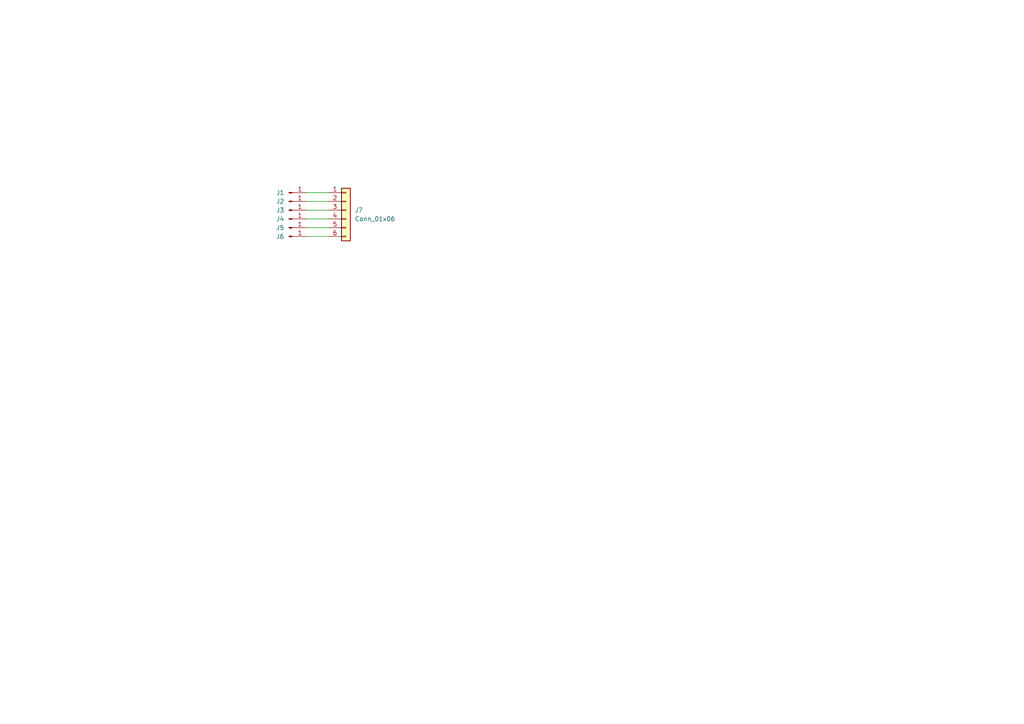
<source format=kicad_sch>
(kicad_sch (version 20211123) (generator eeschema)
  (paper "A4")
  (lib_symbols
    (symbol "Connector:Conn_01x01_Male" (pin_names (offset 1.016) hide)
      (property "Reference" "J" (at 0 2.54 0))
      (property "Value" "Conn_01x01_Male" (at 0 -2.54 0))
      (symbol "Conn_01x01_Male_1_1"
        (polyline (pts (xy 1.27 0) (xy 0.8636 0)) (stroke (width 0.1524)))
        (rectangle (start 0.8636 0.127) (end 0 -0.127) (stroke (width 0.1524)) (fill (type outline)))
        (pin passive line (at 5.08 0 180) (length 3.81) (name "Pin_1") (number "1"))
      )
    )
    (symbol "Connector_Generic:Conn_01x06" (pin_names (offset 1.016) hide)
      (property "Reference" "J" (at 0 7.62 0))
      (property "Value" "Conn_01x06" (at 0 -10.16 0))
      (symbol "Conn_01x06_1_1"
        (rectangle (start -1.27 -7.493) (end 0 -7.747) (stroke (width 0.1524)))
        (rectangle (start -1.27 -4.953) (end 0 -5.207) (stroke (width 0.1524)))
        (rectangle (start -1.27 -2.413) (end 0 -2.667) (stroke (width 0.1524)))
        (rectangle (start -1.27 0.127) (end 0 -0.127) (stroke (width 0.1524)))
        (rectangle (start -1.27 2.667) (end 0 2.413) (stroke (width 0.1524)))
        (rectangle (start -1.27 5.207) (end 0 4.953) (stroke (width 0.1524)))
        (rectangle (start -1.27 6.35) (end 1.27 -8.89) (stroke (width 0.254)) (fill (type background)))
        (pin passive line (at -5.08 5.08 0) (length 3.81) (name "Pin_1") (number "1"))
        (pin passive line (at -5.08 2.54 0) (length 3.81) (name "Pin_2") (number "2"))
        (pin passive line (at -5.08 0 0) (length 3.81) (name "Pin_3") (number "3"))
        (pin passive line (at -5.08 -2.54 0) (length 3.81) (name "Pin_4") (number "4"))
        (pin passive line (at -5.08 -5.08 0) (length 3.81) (name "Pin_5") (number "5"))
        (pin passive line (at -5.08 -7.62 0) (length 3.81) (name "Pin_6") (number "6"))
      )
    )
  )
  (wire (pts (xy 88.9 66.04) (xy 95.25 66.04)))
  (wire (pts (xy 88.9 68.58) (xy 95.25 68.58)))
  (wire (pts (xy 88.9 60.96) (xy 95.25 60.96)))
  (wire (pts (xy 88.9 55.88) (xy 95.25 55.88)))
  (wire (pts (xy 88.9 58.42) (xy 95.25 58.42)))
  (wire (pts (xy 88.9 63.5) (xy 95.25 63.5)))
  (symbol (lib_id "Connector_Generic:Conn_01x06") (at 100.33 60.96 0) (unit 1)
    (property "Reference" "J7" (at 102.87 60.9599 0) (effects (justify left)))
    (property "Value" "Conn_01x06" (at 102.87 63.4999 0) (effects (justify left)))
    (property "Footprint" "Connector_PinHeader_2.00mm:PinHeader_1x06_P2.00mm_Vertical" (effects hide))
  )
  (symbol (lib_id "Connector:Conn_01x01_Male") (at 83.82 60.96 0) (unit 1)
    (property "Reference" "J3" (at 81.28 60.96 0))
    (property "Value" "Conn_01x01_Male" (effects hide))
    (property "Footprint" "psas-footprints:Mill-Max-0921-5-15-20-77-14-11-0" (effects hide))
  )
  (symbol (lib_id "Connector:Conn_01x01_Male") (at 83.82 58.42 0) (unit 1)
    (property "Reference" "J2" (at 81.28 58.42 0))
    (property "Value" "Conn_01x01_Male" (effects hide))
    (property "Footprint" "psas-footprints:Mill-Max-0921-5-15-20-77-14-11-0" (effects hide))
  )
  (symbol (lib_id "Connector:Conn_01x01_Male") (at 83.82 63.5 0) (unit 1)
    (property "Reference" "J4" (at 81.28 63.5 0))
    (property "Value" "Conn_01x01_Male" (effects hide))
    (property "Footprint" "psas-footprints:Mill-Max-0921-5-15-20-77-14-11-0" (effects hide))
  )
  (symbol (lib_id "Connector:Conn_01x01_Male") (at 83.82 55.88 0) (unit 1)
    (property "Reference" "J1" (at 81.28 55.88 0))
    (property "Value" "Conn_01x01_Male" (effects hide))
    (property "Footprint" "psas-footprints:Mill-Max-0921-5-15-20-77-14-11-0" (effects hide))
  )
  (symbol (lib_id "Connector:Conn_01x01_Male") (at 83.82 66.04 0) (unit 1)
    (property "Reference" "J5" (at 81.28 66.04 0))
    (property "Value" "Conn_01x01_Male" (effects hide))
    (property "Footprint" "psas-footprints:Mill-Max-0921-5-15-20-77-14-11-0" (effects hide))
  )
  (symbol (lib_id "Connector:Conn_01x01_Male") (at 83.82 68.58 0) (unit 1)
    (property "Reference" "J6" (at 81.28 68.58 0))
    (property "Value" "Conn_01x01_Male" (effects hide))
    (property "Footprint" "psas-footprints:Mill-Max-0921-5-15-20-77-14-11-0" (effects hide))
  )
)
</source>
